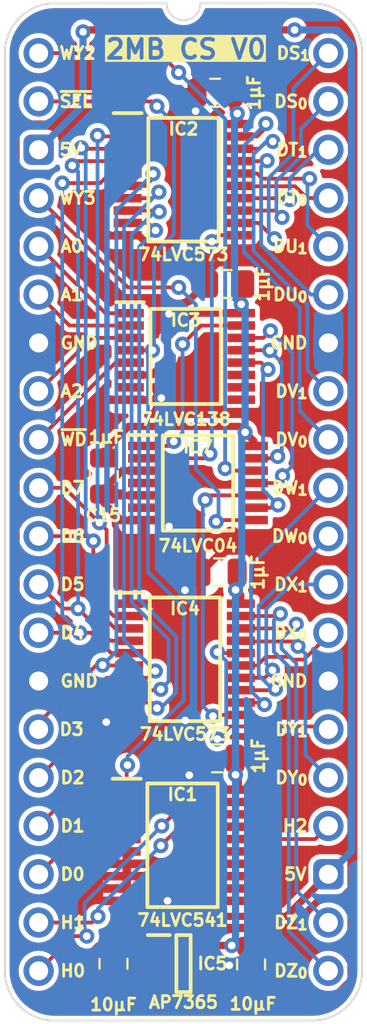
<source format=kicad_pcb>
(kicad_pcb (version 20240108) (generator "pcbnew") (generator_version "8.0")
  (title_block (title "MPU Timer") (date "2024-02-22") (rev "V1"))
  (layers (0 "F.Cu" signal) (31 "B.Cu" signal) (34 "B.Paste" user) (35 "F.Paste" user) (36 "B.SilkS" user "B.Silkscreen") (37 "F.SilkS" user "F.Silkscreen") (38 "B.Mask" user) (39 "F.Mask" user) (44 "Edge.Cuts" user))
  (net 0 "")
  (net 1 "/3.3V")
  (net 8 "/WY_{0}")
  (net 13 "/~{WY_{1}}")
  (net 14 "/~{WY_{0}}")
  (net 15 "/WY_{1}")
  (net 16 "/~{WY_{3}}")
  (net 17 "/~{WY_{2}}")
  (net 20 "GND")
  (net 21 "5V")
  (net 22 "~{Select}")
  (net 23 "H2")
  (net 24 "H1")
  (net 25 "H0")
  (net 26 "D7")
  (net 27 "D6")
  (net 28 "D5")
  (net 29 "D4")
  (net 30 "D3")
  (net 31 "D2")
  (net 32 "D1")
  (net 33 "D0")
  (net 34 "Device_{(S)} 2MB Select_{1}")
  (net 35 "Device_{(S)} 2MB Select_{0}")
  (net 36 "Device_{(T)} 2MB Select_{1}")
  (net 37 "Device_{(T)} 2MB Select_{0}")
  (net 38 "Device_{(U)} 2MB Select_{1}")
  (net 39 "Device_{(U)} 2MB Select_{0}")
  (net 40 "Device_{(V)} 2MB Select_{1}")
  (net 41 "Device_{(V)} 2MB Select_{0}")
  (net 42 "A0")
  (net 43 "A1")
  (net 44 "A2")
  (net 45 "~{WD}")
  (net 46 "Device_{(W)} 2MB Select_{1}")
  (net 47 "Device_{(W)} 2MB Select_{0}")
  (net 48 "Device_{(X)} 2MB Select_{1}")
  (net 49 "Device_{(X)} 2MB Select_{0}")
  (net 50 "Device_{(Y)} 2MB Select_{1}")
  (net 51 "Device_{(Y)} 2MB Select_{0}")
  (net 52 "Device_{(Z)} 2MB Select_{1}")
  (net 53 "Device_{(Z)} 2MB Select_{0}")
  (net 54 "WY_{3}")
  (net 55 "WY_{2}")
  (footprint "SamacSys_Parts:DIP-40_Board_W15.24mm" (layer "F.Cu") (at 88.9 58.42)
    (property "Reference" "J4" (hide yes))
    (property "Value" "Conn_02x20_Counter_Clockwise" (hide yes))
    (fp_line (start -1.778 48.26) (end -1.778 0) (stroke (width 0.1)) (layer "Edge.Cuts"))
    (fp_line (start 6.731 -2.6162) (end 0.835732 -2.613732) (stroke (width 0.1)) (layer "Edge.Cuts"))
    (fp_line (start 14.404267 -2.613733) (end 8.509 -2.6162) (stroke (width 0.1)) (layer "Edge.Cuts"))
    (fp_line (start 14.404268 50.873732) (end 0.835733 50.873733) (stroke (width 0.1)) (layer "Edge.Cuts"))
    (fp_line (start 17.018 48.26) (end 17.017999 -0.000001) (stroke (width 0.1)) (layer "Edge.Cuts"))
    (fp_arc (start -1.778 0) (mid -1.012456 -1.848188) (end 0.835732 -2.613732) (stroke (width 0.1)) (layer "Edge.Cuts"))
    (fp_arc (start 0.835733 50.873733) (mid -1.012457 50.10819) (end -1.778 48.26) (stroke (width 0.1)) (layer "Edge.Cuts"))
    (fp_arc (start 8.509 -2.6162) (mid 7.62 -1.7272) (end 6.731 -2.6162) (stroke (width 0.1)) (layer "Edge.Cuts"))
    (fp_arc (start 14.404267 -2.613733) (mid 16.252451 -1.848184) (end 17.017999 -0.000001) (stroke (width 0.1)) (layer "Edge.Cuts"))
    (fp_arc (start 17.018 48.26) (mid 16.252456 50.108187) (end 14.404268 50.873732) (stroke (width 0.1)) (layer "Edge.Cuts"))
  )
  (footprint "SamacSys_Parts:SOP65P640X110-16N" (layer "F.Cu") (at 96.6326 74.3706)
    (property "Reference" "IC3")
    (property "Value" "74LVC138APW-Q100J" (hide yes))
  )
  (footprint "SamacSys_Parts:C_0805" (layer "F.Cu") (at 92.329 80.645 180)
    (property "Reference" "C15")
    (property "Value" "1μF")
  )
  (footprint "SamacSys_Parts:C_0805" (layer "F.Cu") (at 98.298 95.504 90)
    (property "Reference" "C5" (hide yes))
    (property "Value" "1μF")
  )
  (footprint "SamacSys_Parts:C_0805" (layer "F.Cu") (at 92.837 106.3244)
    (property "Reference" "C8" (hide yes))
    (property "Value" "10µF")
  )
  (footprint "SamacSys_Parts:C_0805" (layer "F.Cu") (at 98.405396 85.725 90)
    (property "Reference" "C10" (hide yes))
    (property "Value" "1μF")
  )
  (footprint "SamacSys_Parts:SOP65P640X110-20N" (layer "F.Cu") (at 96.4692 100.076)
    (property "Reference" "IC1")
    (property "Value" "74LVC541APW,118" (hide yes))
  )
  (footprint "SamacSys_Parts:C_0805" (layer "F.Cu") (at 98.806 70.5612 90)
    (property "Reference" "C6" (hide yes))
    (property "Value" "1μF")
  )
  (footprint "SamacSys_Parts:SOP65P640X110-20N" (layer "F.Cu") (at 96.596196 90.297)
    (property "Reference" "IC4")
    (property "Value" "74LVC573APW,118" (hide yes))
  )
  (footprint "SamacSys_Parts:SOP65P640X110-14N" (layer "F.Cu") (at 97.282 81.026)
    (property "Reference" "IC7")
    (property "Value" "74LVC04APW,118" (hide yes))
  )
  (footprint "SamacSys_Parts:C_0805" (layer "F.Cu") (at 100.076 106.3236 180)
    (property "Reference" "C9" (hide yes))
    (property "Value" "10µF")
  )
  (footprint "SamacSys_Parts:SOT95P285X130-5N" (layer "F.Cu") (at 96.52 106.299)
    (property "Reference" "IC5")
    (property "Value" "AP7365-33WG-7" (hide yes))
  )
  (footprint "SamacSys_Parts:C_0805" (layer "F.Cu") (at 98.1964 60.5028 90)
    (property "Reference" "C7" (hide yes))
    (property "Value" "1μF")
  )
  (footprint "SamacSys_Parts:SOP65P640X110-20N" (layer "F.Cu") (at 96.52 65.0748)
    (property "Reference" "IC2")
    (property "Value" "74LVC573APW,118" (hide yes))
  )
  (gr_text "5V" (at 89.916 63.5 0) (layer "F.SilkS") (effects (font (size 0.635 0.635)) (justify left)))
  (gr_text "D6" (at 89.9668 83.82 0) (layer "F.SilkS") (effects (font (size 0.635 0.635)) (justify left)))
  (gr_text "DS_{0}" (at 103.124 60.96 0) (layer "F.SilkS") (effects (font (size 0.635 0.635)) (justify right)))
  (gr_text "5V" (at 103.0732 101.6 0) (layer "F.SilkS") (effects (font (size 0.635 0.635)) (justify right)))
  (gr_text "H0" (at 89.9668 106.68 0) (layer "F.SilkS") (effects (font (size 0.635 0.635)) (justify left)))
  (gr_text "H2" (at 103.124 99.06 0) (layer "F.SilkS") (effects (font (size 0.635 0.635)) (justify right)))
  (gr_text "DU_{0}" (at 103.124 71.12 0) (layer "F.SilkS") (effects (font (size 0.635 0.635)) (justify right)))
  (gr_text "D1" (at 89.9668 99.06 0) (layer "F.SilkS") (effects (font (size 0.635 0.635)) (justify left)))
  (gr_text "D0" (at 89.9668 101.6 0) (layer "F.SilkS") (effects (font (size 0.635 0.635)) (justify left)))
  (gr_text "GND" (at 89.9668 91.44 0) (layer "F.SilkS") (effects (font (size 0.635 0.635)) (justify left)))
  (gr_text "GND" (at 103.124 91.44 0) (layer "F.SilkS") (effects (font (size 0.635 0.635)) (justify right)))
  (gr_text "D3" (at 89.916 93.98 0) (layer "F.SilkS") (effects (font (size 0.635 0.635)) (justify left)))
  (gr_text "D7" (at 89.9668 81.28 0) (layer "F.SilkS") (effects (font (size 0.635 0.635)) (justify left)))
  (gr_text "DS_{1}" (at 103.251 58.42 0) (layer "F.SilkS") (effects (font (size 0.635 0.635)) (justify right)))
  (gr_text "DV_{0}" (at 103.124 78.74 0) (layer "F.SilkS") (effects (font (size 0.635 0.635)) (justify right)))
  (gr_text "DV_{1}" (at 103.124 76.2 0) (layer "F.SilkS") (effects (font (size 0.635 0.635)) (justify right)))
  (gr_text "DW_{1}" (at 103.124 81.28 0) (layer "F.SilkS") (effects (font (size 0.635 0.635)) (justify right)))
  (gr_text "D2" (at 89.9668 96.52 0) (layer "F.SilkS") (effects (font (size 0.635 0.635)) (justify left)))
  (gr_text "A1" (at 89.9668 71.12 0) (layer "F.SilkS") (effects (font (size 0.635 0.635)) (justify left)))
  (gr_text "DZ_{0}" (at 103.124 106.68 0) (layer "F.SilkS") (effects (font (size 0.635 0.635)) (justify right)))
  (gr_text "GND" (at 89.9668 73.66 0) (layer "F.SilkS") (effects (font (size 0.635 0.635)) (justify left)))
  (gr_text "DT_{1}" (at 103.124 63.5 0) (layer "F.SilkS") (effects (font (size 0.635 0.635)) (justify right)))
  (gr_text "DX_{0}" (at 103.124 88.9 0) (layer "F.SilkS") (effects (font (size 0.635 0.635)) (justify right)))
  (gr_text "A2" (at 89.9668 76.2 0) (layer "F.SilkS") (effects (font (size 0.635 0.635)) (justify left)))
  (gr_text "DY_{1}" (at 103.124 93.98 0) (layer "F.SilkS") (effects (font (size 0.635 0.635)) (justify right)))
  (gr_text "H1" (at 89.9668 104.14 0) (layer "F.SilkS") (effects (font (size 0.635 0.635)) (justify left)))
  (gr_text "D4" (at 89.9668 88.9 0) (layer "F.SilkS") (effects (font (size 0.635 0.635)) (justify left)))
  (gr_text "DW_{0}" (at 103.124 83.82 0) (layer "F.SilkS") (effects (font (size 0.635 0.635)) (justify right)))
  (gr_text "D5" (at 89.9668 86.36 0) (layer "F.SilkS") (effects (font (size 0.635 0.635)) (justify left)))
  (gr_text "WY2" (at 89.916 58.42 0) (layer "F.SilkS") (effects (font (size 0.635 0.635)) (justify left)))
  (gr_text "~{SEL}" (at 89.916 60.96 0) (layer "F.SilkS") (effects (font (size 0.635 0.635)) (justify left)))
  (gr_text "DT_{0}" (at 103.124 66.04 0) (layer "F.SilkS") (effects (font (size 0.635 0.635)) (justify right)))
  (gr_text "DU_{1}" (at 103.124 68.58 0) (layer "F.SilkS") (effects (font (size 0.635 0.635)) (justify right)))
  (gr_text "WY3" (at 89.916 66.04 0) (layer "F.SilkS") (effects (font (size 0.635 0.635)) (justify left)))
  (gr_text "DZ_{1}" (at 103.124 104.14 0) (layer "F.SilkS") (effects (font (size 0.635 0.635)) (justify right)))
  (gr_text "2MB CS V0" (at 96.647 58.801 0) (layer "F.SilkS" knockout) (effects (font (size 1 1) (thickness 0.2) (bold yes)) (justify bottom)))
  (gr_text "DY_{0}" (at 103.124 96.52 0) (layer "F.SilkS") (effects (font (size 0.635 0.635)) (justify right)))
  (gr_text "~{WD}" (at 89.9668 78.74 0) (layer "F.SilkS") (effects (font (size 0.635 0.635)) (justify left)))
  (gr_text "GND" (at 103.124 73.66 0) (layer "F.SilkS") (effects (font (size 0.635 0.635)) (justify right)))
  (gr_text "A0" (at 89.9668 68.58 0) (layer "F.SilkS") (effects (font (size 0.635 0.635)) (justify left)))
  (gr_text "DX_{1}" (at 103.124 86.36 0) (layer "F.SilkS") (effects (font (size 0.635 0.635)) (justify right)))
  (segment (start 99.1304 61.375433) (end 99.349114 61.594147) (width 0.38) (layer "F.Cu") (net 1))
  (segment (start 99.2632 95.5352) (end 99.2632 96.363212) (width 0.38) (layer "F.Cu") (net 1))
  (segment (start 92.329 79.3485) (end 93.628583 78.048917) (width 0.38) (layer "F.Cu") (net 1))
  (segment (start 99.4072 97.151) (end 99.4072 96.52) (width 0.38) (layer "F.Cu") (net 1))
  (segment (start 99.1304 60.635077) (end 99.1304 61.375433) (width 0.38) (layer "F.Cu") (net 1))
  (segment (start 99.3752 97.183) (end 95.095 97.183) (width 0.38) (layer "F.Cu") (net 1))
  (segment (start 95.773 74.156493) (end 95.773 74.429035) (width 0.38) (layer "F.Cu") (net 1))
  (segment (start 100.076 105.3896) (end 99.100596 105.3896) (width 0.38) (layer "F.Cu") (net 1))
  (segment (start 99.5576 70.7436) (end 99.5576 71.628) (width 0.38) (layer "F.Cu") (net 1))
  (segment (start 94.477 97.801) (end 93.5312 97.801) (width 0.38) (layer "F.Cu") (net 1))
  (segment (start 100.22 79.076) (end 100.22 78.819784) (width 0.38) (layer "F.Cu") (net 1))
  (segment (start 99.534196 86.924159) (end 99.256806 86.646769) (width 0.38) (layer "F.Cu") (net 1))
  (segment (start 100.22 78.819784) (end 99.759204 78.358988) (width 0.38) (layer "F.Cu") (net 1))
  (segment (start 95.095 97.183) (end 94.477 97.801) (width 0.38) (layer "F.Cu") (net 1))
  (segment (start 99.2632 96.363212) (end 99.256806 96.369606) (width 0.38) (layer "F.Cu") (net 1))
  (segment (start 99.458 61.703033) (end 99.349114 61.594147) (width 0.38) (layer "F.Cu") (net 1))
  (segment (start 95.679599 74.063092) (end 95.773 74.156493) (width 0.38) (layer "F.Cu") (net 1))
  (segment (start 99.458 62.1498) (end 99.458 61.703033) (width 0.38) (layer "F.Cu") (net 1))
  (segment (start 95.679599 73.379436) (end 95.679599 74.063092) (width 0.38) (layer "F.Cu") (net 1))
  (segment (start 99.339396 86.564179) (end 99.256806 86.646769) (width 0.38) (layer "F.Cu") (net 1))
  (segment (start 99.339396 85.725) (end 99.339396 86.564179) (width 0.38) (layer "F.Cu") (net 1))
  (segment (start 92.329 79.711) (end 92.329 79.3485) (width 0.38) (layer "F.Cu") (net 1))
  (segment (start 96.963435 72.0956) (end 95.679599 73.379436) (width 0.38) (layer "F.Cu") (net 1))
  (segment (start 99.4072 96.52) (end 99.256806 96.369606) (width 0.38) (layer "F.Cu") (net 1))
  (segment (start 95.773 74.429035) (end 94.856435 75.3456) (width 0.38) (layer "F.Cu") (net 1))
  (segment (start 99.100596 105.3896) (end 99.059996 105.349) (width 0.38) (layer "F.Cu") (net 1))
  (segment (start 99.449133 78.048917) (end 99.759204 78.358988) (width 0.38) (layer "F.Cu") (net 1))
  (segment (start 99.5576 72.0956) (end 96.963435 72.0956) (width 0.38) (layer "F.Cu") (net 1))
  (segment (start 97.82 105.349) (end 100.0354 105.349) (width 0.38) (layer "F.Cu") (net 1))
  (segment (start 99.534196 87.372) (end 99.534196 86.924159) (width 0.38) (layer "F.Cu") (net 1))
  (segment (start 93.628583 78.048917) (end 99.449133 78.048917) (width 0.38) (layer "F.Cu") (net 1))
  (segment (start 94.856435 75.3456) (end 93.7076 75.3456) (width 0.38) (layer "F.Cu") (net 1))
  (segment (start 99.5576 72.0956) (end 99.5576 71.628) (width 0.38) (layer "F.Cu") (net 1))
  (via (at 99.5576 71.628) (size 0.8) (drill 0.4) (layers "F.Cu" "B.Cu") (net 1))
  (via (at 99.059996 105.349) (size 0.8) (drill 0.4) (layers "F.Cu" "B.Cu") (net 1))
  (via (at 99.759204 78.358988) (size 0.8) (drill 0.4) (layers "F.Cu" "B.Cu") (net 1))
  (via (at 99.256806 86.646769) (size 0.8) (drill 0.4) (layers "F.Cu" "B.Cu") (net 1))
  (via (at 99.349114 61.594147) (size 0.8) (drill 0.4) (layers "F.Cu" "B.Cu") (net 1))
  (via (at 99.256806 96.369606) (size 0.8) (drill 0.4) (layers "F.Cu" "B.Cu") (net 1))
  (segment (start 99.759204 71.829604) (end 99.759204 78.358988) (width 0.38) (layer "B.Cu") (net 1))
  (segment (start 99.206781 71.277181) (end 99.206781 61.73648) (width 0.38) (layer "B.Cu") (net 1))
  (segment (start 99.256806 105.15219) (end 99.059996 105.349) (width 0.38) (layer "B.Cu") (net 1))
  (segment (start 99.206781 61.73648) (end 99.349114 61.594147) (width 0.38) (layer "B.Cu") (net 1))
  (segment (start 99.586 86.317575) (end 99.256806 86.646769) (width 0.38) (layer "B.Cu") (net 1))
  (segment (start 99.256806 96.369606) (end 99.256806 86.646769) (width 0.38) (layer "B.Cu") (net 1))
  (segment (start 99.5576 71.628) (end 99.759204 71.829604) (width 0.38) (layer "B.Cu") (net 1))
  (segment (start 99.586 78.532192) (end 99.586 86.317575) (width 0.38) (layer "B.Cu") (net 1))
  (segment (start 99.256806 96.369606) (end 99.256806 105.15219) (width 0.38) (layer "B.Cu") (net 1))
  (segment (start 99.5576 71.628) (end 99.206781 71.277181) (width 0.38) (layer "B.Cu") (net 1))
  (segment (start 99.759204 78.358988) (end 99.586 78.532192) (width 0.38) (layer "B.Cu") (net 1))
  (segment (start 94.344 79.726) (end 97.681591 79.726) (width 0.2) (layer "F.Cu") (net 8))
  (segment (start 97.681591 79.726) (end 97.911814 79.495777) (width 0.2) (layer "F.Cu") (net 8))
  (segment (start 99.454 67.9958) (end 98.344616 67.9958) (width 0.2) (layer "F.Cu") (net 8))
  (segment (start 98.344616 67.9958) (end 98.010255 68.330161) (width 0.2) (layer "F.Cu") (net 8))
  (via (at 97.911814 79.495777) (size 0.8) (drill 0.4) (layers "F.Cu" "B.Cu") (net 8))
  (via (at 98.010255 68.330161) (size 0.8) (drill 0.4) (layers "F.Cu" "B.Cu") (net 8))
  (segment (start 98.010255 79.397336) (end 97.911814 79.495777) (width 0.2) (layer "B.Cu") (net 8))
  (segment (start 98.010255 68.330161) (end 98.010255 79.397336) (width 0.2) (layer "B.Cu") (net 8))
  (segment (start 100.7214 73.3956) (end 101.092 73.025) (width 0.2) (layer "F.Cu") (net 13))
  (segment (start 100.22 81.026) (end 101.346004 81.026) (width 0.2) (layer "F.Cu") (net 13))
  (segment (start 101.346004 81.026) (end 101.727 80.645004) (width 0.2) (layer "F.Cu") (net 13))
  (segment (start 99.5576 73.3956) (end 100.7214 73.3956) (width 0.2) (layer "F.Cu") (net 13))
  (via (at 101.092 73.025) (size 0.8) (drill 0.4) (layers "F.Cu" "B.Cu") (net 13))
  (via (at 101.727 80.645004) (size 0.8) (drill 0.4) (layers "F.Cu" "B.Cu") (net 13))
  (segment (start 101.727 80.645004) (end 102.235 80.137004) (width 0.2) (layer "B.Cu") (net 13))
  (segment (start 102.235 80.137004) (end 102.235 74.168) (width 0.2) (layer "B.Cu") (net 13))
  (segment (start 102.235 74.168) (end 101.092 73.025) (width 0.2) (layer "B.Cu") (net 13))
  (segment (start 95.7693 79.076) (end 96.006383 78.838917) (width 0.2) (layer "F.Cu") (net 14))
  (segment (start 94.344 79.076) (end 95.7693 79.076) (width 0.2) (layer "F.Cu") (net 14))
  (segment (start 97.445263 72.7456) (end 96.469599 73.721264) (width 0.2) (layer "F.Cu") (net 14))
  (segment (start 99.5576 72.7456) (end 97.445263 72.7456) (width 0.2) (layer "F.Cu") (net 14))
  (via (at 96.469599 73.721264) (size 0.8) (drill 0.4) (layers "F.Cu" "B.Cu") (net 14))
  (via (at 96.006383 78.838917) (size 0.8) (drill 0.4) (layers "F.Cu" "B.Cu") (net 14))
  (segment (start 96.006383 78.838917) (end 96.469599 78.375701) (width 0.2) (layer "B.Cu") (net 14))
  (segment (start 96.469599 78.375701) (end 96.469599 73.721264) (width 0.2) (layer "B.Cu") (net 14))
  (segment (start 99.534196 93.222) (end 98.126306 93.222) (width 0.2) (layer "F.Cu") (net 15))
  (segment (start 97.902 81.676) (end 97.663 81.915) (width 0.2) (layer "F.Cu") (net 15))
  (segment (start 98.126306 93.222) (end 98.066806 93.2815) (width 0.2) (layer "F.Cu") (net 15))
  (segment (start 100.22 81.676) (end 97.902 81.676) (width 0.2) (layer "F.Cu") (net 15))
  (via (at 98.066806 93.2815) (size 0.8) (drill 0.4) (layers "F.Cu" "B.Cu") (net 15))
  (via (at 97.663 81.915) (size 0.8) (drill 0.4) (layers "F.Cu" "B.Cu") (net 15))
  (segment (start 98.066806 93.2815) (end 97.536 92.750694) (width 0.2) (layer "B.Cu") (net 15))
  (segment (start 97.536 92.750694) (end 97.536 82.042) (width 0.2) (layer "B.Cu") (net 15))
  (segment (start 97.536 82.042) (end 97.663 81.915) (width 0.2) (layer "B.Cu") (net 15))
  (segment (start 99.5576 74.6956) (end 100.603596 74.6956) (width 0.2) (layer "F.Cu") (net 16))
  (segment (start 100.603596 74.6956) (end 100.964996 75.057) (width 0.2) (layer "F.Cu") (net 16))
  (segment (start 101.340946 82.326) (end 101.489413 82.177533) (width 0.2) (layer "F.Cu") (net 16))
  (segment (start 100.22 82.326) (end 101.340946 82.326) (width 0.2) (layer "F.Cu") (net 16))
  (via (at 101.489413 82.177533) (size 0.8) (drill 0.4) (layers "F.Cu" "B.Cu") (net 16))
  (via (at 100.964996 75.057) (size 0.8) (drill 0.4) (layers "F.Cu" "B.Cu") (net 16))
  (segment (start 100.708 81.39612) (end 100.708 75.313996) (width 0.2) (layer "B.Cu") (net 16))
  (segment (start 100.708 75.313996) (end 100.964996 75.057) (width 0.2) (layer "B.Cu") (net 16))
  (segment (start 101.489413 82.177533) (end 100.708 81.39612) (width 0.2) (layer "B.Cu") (net 16))
  (segment (start 100.22 79.726) (end 101.375994 79.726) (width 0.2) (layer "F.Cu") (net 17))
  (segment (start 99.5576 74.0456) (end 101.046768 74.0456) (width 0.2) (layer "F.Cu") (net 17))
  (segment (start 101.046768 74.0456) (end 101.060474 74.059306) (width 0.2) (layer "F.Cu") (net 17))
  (segment (start 101.375994 79.726) (end 101.472994 79.629) (width 0.2) (layer "F.Cu") (net 17))
  (via (at 101.472994 79.629) (size 0.8) (drill 0.4) (layers "F.Cu" "B.Cu") (net 17))
  (via (at 101.060474 74.059306) (size 0.8) (drill 0.4) (layers "F.Cu" "B.Cu") (net 17))
  (segment (start 101.060474 74.059306) (end 101.689 74.687832) (width 0.2) (layer "B.Cu") (net 17))
  (segment (start 101.689 74.687832) (end 101.689 79.412994) (width 0.2) (layer "B.Cu") (net 17))
  (segment (start 101.689 79.412994) (end 101.472994 79.629) (width 0.2) (layer "B.Cu") (net 17))
  (segment (start 93.5312 99.751) (end 93.5312 100.401) (width 0.38) (layer "F.Cu") (net 20))
  (segment (start 87.71 74.85) (end 87.71 90.25) (width 0.38) (layer "F.Cu") (net 20))
  (segment (start 96.855 105.988196) (end 96.855 104.821) (width 0.38) (layer "F.Cu") (net 20))
  (segment (start 91.5924 108.204) (end 91.5924 105.811943) (width 0.38) (layer "F.Cu") (net 20))
  (segment (start 92.9854 62.1498) (end 92.6592 61.8236) (width 0.38) (layer "F.Cu") (net 20))
  (segment (start 94.344 82.976) (end 95.422 82.976) (width 0.38) (layer "F.Cu") (net 20))
  (segment (start 94.1618 67.9998) (end 94.742 68.58) (width 0.38) (layer "F.Cu") (net 20))
  (segment (start 96.774 108.204) (end 91.5924 108.204) (width 0.38) (layer "F.Cu") (net 20))
  (segment (start 104.822 102.87) (end 105.33 102.362) (width 0.38) (layer "F.Cu") (net 20))
  (segment (start 92.833 93.222) (end 92.456002 93.598998) (width 0.38) (layer "F.Cu") (net 20))
  (segment (start 98.3208 69.4462) (end 100.255097 69.4462) (width 0.38) (layer "F.Cu") (net 20))
  (segment (start 94.6906 98.451) (end 95.3406 97.801) (width 0.38) (layer "F.Cu") (net 20))
  (segment (start 97.140402 106.273598) (end 98.812088 106.273598) (width 0.38) (layer "F.Cu") (net 20))
  (segment (start 90.4532 62.15) (end 87.896 62.15) (width 0.38) (layer "F.Cu") (net 20))
  (segment (start 92.329 82.0785) (end 93.2265 82.976) (width 0.38) (layer "F.Cu") (net 20))
  (segment (start 105.3592 72.4408) (end 104.14 73.66) (width 0.38) (layer "F.Cu") (net 20))
  (segment (start 92.6592 61.8236) (end 90.7796 61.8236) (width 0.38) (layer "F.Cu") (net 20))
  (segment (start 104.822 102.87) (end 105.33 103.378) (width 0.38) (layer "F.Cu") (net 20))
  (segment (start 94.344 81.676) (end 92.394 81.676) (width 0.38) (layer "F.Cu") (net 20))
  (segment (start 92.514968 93.657964) (end 92.456002 93.598998) (width 0.38) (layer "F.Cu") (net 20))
  (segment (start 94.344 80.376) (end 93.294097 80.376) (width 0.38) (layer "F.Cu") (net 20))
  (segment (start 90.7796 61.8236) (end 90.4532 62.15) (width 0.38) (layer "F.Cu") (net 20))
  (segment (start 94.179036 93.222) (end 94.615 93.657964) (width 0.38) (layer "F.Cu") (net 20))
  (segment (start 96.60884 93.510154) (end 96.46103 93.657964) (width 0.38) (layer "F.Cu") (net 20))
  (segment (start 99.1616 108.204) (end 96.774 108.204) (width 0.38) (layer "F.Cu") (net 20))
  (segment (start 99.974402 107.2896) (end 99.075643 106.390841) (width 0.38) (layer "F.Cu") (net 20))
  (segment (start 94.742 68.58) (end 96.52 68.58) (width 0.38) (layer "F.Cu") (net 20))
  (segment (start 96.901004 96.393) (end 96.824804 96.393) (width 0.38) (layer "F.Cu") (net 20))
  (segment (start 95.3406 97.801) (end 99.4072 97.801) (width 0.38) (layer "F.Cu") (net 20))
  (segment (start 93.5312 101.701) (end 93.5312 102.351) (width 0.38) (layer "F.Cu") (net 20))
  (segment (start 97.439396 85.821604) (end 96.597923 86.663077) (width 0.38) (layer "F.Cu") (net 20))
  (segment (start 104.632915 85.17) (end 105.33 85.867085) (width 0.38) (layer "F.Cu") (net 20))
  (segment (start 93.5312 103.001) (end 95.677802 103.001) (width 0.38) (layer "F.Cu") (net 20))
  (segment (start 97.84 70.5612) (end 97.84 69.9) (width 0.38) (layer "F.Cu") (net 20))
  (segment (start 102.203085 104.394) (end 103.727085 102.87) (width 0.38) (layer "F.Cu") (net 20))
  (segment (start 104.552915 107.95) (end 100.7364 107.95) (width 0.38) (layer "F.Cu") (net 20))
  (segment (start 87.663572 92.676428) (end 87.663572 107.170772) (width 0.38) (layer "F.Cu") (net 20))
  (segment (start 88.9 91.44) (end 87.663572 92.676428) (width 0.38) (layer "F.Cu") (net 20))
  (segment (start 100.7364 107.95) (end 100.076 107.2896) (width 0.38) (layer "F.Cu") (net 20))
  (segment (start 104.632915 85.17) (end 105.33 84.472915) (width 0.38) (layer "F.Cu") (net 20))
  (segment (start 97.2304 60.9608) (end 97.2304 61.3926) (width 0.38) (layer "F.Cu") (net 20))
  (segment (start 105.3592 60.496285) (end 105.3592 72.4408) (width 0.38) (layer "F.Cu") (net 20))
  (segment (start 93.582 62.1498) (end 92.9854 62.1498) (width 0.38) (layer "F.Cu") (net 20))
  (segment (start 87.71 90.25) (end 88.9 91.44) (width 0.38) (layer "F.Cu") (net 20))
  (segment (start 96.855 104.821) (end 97.282 104.394) (width 0.38) (layer "F.Cu") (net 20))
  (segment (start 96.0566 77.2606) (end 100.5394 77.2606) (width 0.38) (layer "F.Cu") (net 20))
  (segment (start 96.4732 62.1498) (end 97.155 61.468) (width 0.38) (layer "F.Cu") (net 20))
  (segment (start 96.774 106.64) (end 97.140402 106.273598) (width 0.38) (layer "F.Cu") (net 20))
  (segment (start 93.5312 99.101) (end 93.5312 99.751) (width 0.38) (layer "F.Cu") (net 20))
  (segment (start 95.677802 103.001) (end 95.681802 102.997) (width 0.38) (layer "F.Cu") (net 20))
  (segment (start 97.332 95.962004) (end 96.901004 96.393) (width 0.38) (layer "F.Cu") (net 20))
  (segment (start 103.087085 84.61) (end 103.647085 85.17) (width 0.38) (layer "F.Cu") (net 20))
  (segment (start 103.8136 59.77) (end 104.632915 59.77) (width 0.38) (layer "F.Cu") (net 20))
  (segment (start 93.5312 101.051) (end 93.5312 101.701) (width 0.38) (layer "F.Cu") (net 20))
  (segment (start 104.14 91.44) (end 105.33 92.63) (width 0.38) (layer "F.Cu") (net 20))
  (segment (start 98.812088 106.273598) (end 98.929331 106.390841) (width 0.38) (layer "F.Cu") (net 20))
  (segment (start 95.889 87.372) (end 96.597923 86.663077) (width 0.38) (layer "F.Cu") (net 20))
  (segment (start 105.33 85.867085) (end 105.33 86.233) (width 0.38) (layer "F.Cu") (net 20))
  (segment (start 93.5312 98.451) (end 93.5312 99.101) (width 0.38) (layer "F.Cu") (net 20))
  (segment (start 97.282 104.394) (end 102.203085 104.394) (width 0.38) (layer "F.Cu") (net 20))
  (segment (start 87.71 62.336) (end 87.71 72.47) (width 0.38) (layer "F.Cu") (net 20))
  (segment (start 96.084387 72.136) (end 95.758 72.136) (width 0.38) (layer "F.Cu") (net 20))
  (segment (start 97.84 69.9) (end 96.52 68.58) (width 0.38) (layer "F.Cu") (net 20))
  (segment (start 103.4314 59.3878) (end 103.8136 59.77) (width 0.38) (layer "F.Cu") (net 20))
  (segment (start 100.5394 77.2606) (end 104.14 73.66) (width 0.38) (layer "F.Cu") (net 20))
  (segment (start 93.2265 82.976) (end 94.344 82.976) (width 0.38) (layer "F.Cu") (net 20))
  (segment (start 95.26724 76.6456) (end 95.35442 76.55842) (width 0.38) (layer "F.Cu") (net 20))
  (segment (start 100.255097 69.4462) (end 104.14 73.331103) (width 0.38) (layer "F.Cu") (net 20))
  (segment (start 105.33 90.25) (end 105.33 86.233) (width 0.38) (layer "F.Cu") (net 20))
  (segment (start 97.659187 70.5612) (end 96.084387 72.136) (width 0.38) (layer "F.Cu") (net 20))
  (segment (start 92.329 81.611) (end 92.329 82.0785) (width 0.38) (layer "F.Cu") (net 20))
  (segment (start 93.658196 93.222) (end 92.833 93.222) (width 0.38) (layer "F.Cu") (net 20))
  (segment (start 87.663572 107.170772) (end 88.6968 108.204) (width 0.38) (layer "F.Cu") (net 20))
  (segment (start 97.2304 60.5028) (end 98.3454 59.3878) (width 0.38) (layer "F.Cu") (net 20))
  (segment (start 93.294097 80.376) (end 92.329 81.341097) (width 0.38) (layer "F.Cu") (net 20))
  (segment (start 105.33 107.172915) (end 104.552915 107.95) (width 0.38) (layer "F.Cu") (net 20))
  (segment (start 93.7076 76.6456) (end 95.26724 76.6456) (width 0.38) (layer "F.Cu") (net 20))
  (segment (start 96.46103 93.657964) (end 94.615 93.657964) (width 0.38) (layer "F.Cu") (net 20))
  (segment (start 98.554396 84.61) (end 103.087085 84.61) (width 0.38) (layer "F.Cu") (net 20))
  (segment (start 97.439396 85.725) (end 98.554396 84.61) (width 0.38) (layer "F.Cu") (net 20))
  (segment (start 105.33 84.201) (end 105.33 74.85) (width 0.38) (layer "F.Cu") (net 20))
  (segment (start 91.5924 105.811943) (end 92.045943 105.3584) (width 0.38) (layer "F.Cu") (net 20))
  (segment (start 97.84 69.927) (end 98.3208 69.4462) (width 0.38) (layer "F.Cu") (net 20))
  (segment (start 105.33 84.472915) (end 105.33 84.201) (width 0.38) (layer "F.Cu") (net 20))
  (segment (start 93.5312 98.451) (end 94.6906 98.451) (width 0.38) (layer "F.Cu") (net 20))
  (segment (start 88.6968 108.204) (end 91.5924 108.204) (width 0.38) (layer "F.Cu") (net 20))
  (segment (start 98.3454 59.3878) (end 103.4314 59.3878) (width 0.38) (layer "F.Cu") (net 20))
  (segment (start 95.35442 76.55842) (end 96.0566 77.2606) (width 0.38) (layer "F.Cu") (net 20))
  (segment (start 95.422 82.976) (end 95.758 83.312) (width 0.38) (layer "F.Cu") (net 20))
  (segment (start 93.5312 102.351) (end 93.5312 103.001) (width 0.38) (layer "F.Cu") (net 20))
  (segment (start 96.774 108.204) (end 96.774 106.64) (width 0.38) (layer "F.Cu") (net 20))
  (segment (start 95.22 106.299) (end 93.7776 106.299) (width 0.38) (layer "F.Cu") (net 20))
  (segment (start 105.33 74.85) (end 104.14 73.66) (width 0.38) (layer "F.Cu") (net 20))
  (segment (start 104.14 91.44) (end 105.33 90.25) (width 0.38) (layer "F.Cu") (net 20))
  (segment (start 93.658196 87.372) (end 95.889 87.372) (width 0.38) (layer "F.Cu") (net 20))
  (segment (start 93.582 67.9998) (end 94.1618 67.9998) (width 0.38) (layer "F.Cu") (net 20))
  (segment (start 92.045943 105.3584) (end 92.837 105.3584) (width 0.38) (layer "F.Cu") (net 20))
  (segment (start 93.582 62.1498) (end 96.4732 62.1498) (width 0.38) (layer "F.Cu") (net 20))
  (segment (start 93.5312 100.401) (end 93.5312 101.051) (width 0.38) (layer "F.Cu") (net 20))
  (segment (start 87.71 72.47) (end 88.9 73.66) (width 0.38) (layer "F.Cu") (net 20))
  (segment (start 93.7776 106.299) (end 92.837 105.3584) (width 0.38) (layer "F.Cu") (net 20))
  (segment (start 104.632915 59.77) (end 105.3592 60.496285) (width 0.38) (layer "F.Cu") (net 20))
  (segment (start 97.140402 106.273598) (end 96.855 105.988196) (width 0.38) (layer "F.Cu") (net 20))
  (segment (start 87.896 62.15) (end 87.71 62.336) (width 0.38) (layer "F.Cu") (net 20))
  (segment (start 105.33 103.378) (end 105.33 103.759) (width 0.38) (layer "F.Cu") (net 20))
  (segment (start 97.2304 61.3926) (end 97.155 61.468) (width 0.38) (layer "F.Cu") (net 20))
  (segment (start 100.076 107.2896) (end 99.1616 108.204) (width 0.38) (layer "F.Cu") (net 20))
  (segment (start 105.33 103.759) (end 105.33 107.172915) (width 0.38) (layer "F.Cu") (net 20))
  (segment (start 88.9 73.66) (end 87.71 74.85) (width 0.38) (layer "F.Cu") (net 20))
  (segment (start 103.647085 85.17) (end 104.632915 85.17) (width 0.38) (layer "F.Cu") (net 20))
  (segment (start 105.33 92.63) (end 105.33 102.362) (width 0.38) (layer "F.Cu") (net 20))
  (segment (start 103.727085 102.87) (end 104.822 102.87) (width 0.38) (layer "F.Cu") (net 20))
  (segment (start 99.075643 106.390841) (end 98.929331 106.390841) (width 0.38) (layer "F.Cu") (net 20))
  (segment (start 97.84 70.5612) (end 97.84 69.927) (width 0.38) (layer "F.Cu") (net 20))
  (via (at 95.758 83.312) (size 0.8) (drill 0.4) (layers "F.Cu" "B.Cu") (net 20))
  (via (at 96.597923 86.663077) (size 0.8) (drill 0.4) (layers "F.Cu" "B.Cu") (net 20))
  (via (at 95.758 72.136) (size 0.8) (drill 0.4) (layers "F.Cu" "B.Cu") (net 20))
  (via (at 96.52 68.58) (size 0.8) (drill 0.4) (layers "F.Cu" "B.Cu") (net 20))
  (via (at 97.155 61.468) (size 0.8) (drill 0.4) (layers "F.Cu" "B.Cu") (net 20))
  (via (at 92.456002 93.598998) (size 0.8) (drill 0.4) (layers "F.Cu" "B.Cu") (net 20))
  (via (at 98.929331 106.390841) (size 0.8) (drill 0.4) (layers "F.Cu" "B.Cu") (net 20))
  (via (at 96.824804 96.393) (size 0.8) (drill 0.4) (layers "F.Cu" "B.Cu") (net 20))
  (via (at 96.60884 93.510154) (size 0.8) (drill 0.4) (layers "F.Cu" "B.Cu") (net 20))
  (via (at 95.681802 102.997) (size 0.8) (drill 0.4) (layers "F.Cu" "B.Cu") (net 20))
  (via (at 95.35442 76.55842) (size 0.8) (drill 0.4) (layers "F.Cu" "B.Cu") (net 20))
  (segment (start 96.597923 84.151923) (end 95.758 83.312) (width 0.38) (layer "B.Cu") (net 20))
  (segment (start 97.046 93.072994) (end 97.046 87.111154) (width 0.38) (layer "B.Cu") (net 20))
  (segment (start 96.824804 96.393) (end 96.824804 101.853998) (width 0.38) (layer "B.Cu") (net 20))
  (segment (start 96.824804 93.726118) (end 96.60884 93.510154) (width 0.38) (layer "B.Cu") (net 20))
  (segment (start 96.60884 93.510154) (end 97.046 93.072994) (width 0.38) (layer "B.Cu") (net 20))
  (segment (start 95.665 73.70376) (end 95.665 72.229) (width 0.38) (layer "B.Cu") (net 20))
  (segment (start 96.597923 86.663077) (end 96.597923 84.151923) (width 0.38) (layer "B.Cu") (net 20))
  (segment (start 96.824804 101.853998) (end 95.681802 102.997) (width 0.38) (layer "B.Cu") (net 20))
  (segment (start 95.681802 103.285742) (end 98.786901 106.390841) (width 0.38) (layer "B.Cu") (net 20))
  (segment (start 97.282 67.818) (end 96.52 68.58) (width 0.38) (layer "B.Cu") (net 20))
  (segment (start 90.297004 91.44) (end 92.456002 93.598998) (width 0.38) (layer "B.Cu") (net 20))
  (segment (start 95.665 74.387416) (end 95.679599 74.372817) (width 0.38) (layer "B.Cu") (net 20))
  (segment (start 95.35442 76.55842) (end 95.665 76.24784) (width 0.38) (layer "B.Cu") (net 20))
  (segment (start 97.155 61.468) (end 97.282 61.595) (width 0.38) (layer "B.Cu") (net 20))
  (segment (start 95.681802 102.997) (end 95.681802 103.285742) (width 0.38) (layer "B.Cu") (net 20))
  (segment (start 98.786901 106.390841) (end 98.929331 106.390841) (width 0.38) (layer "B.Cu") (net 20))
  (segment (start 95.679599 74.372817) (end 95.679599 73.718359) (width 0.38) (layer "B.Cu") (net 20))
  (segment (start 95.665 72.229) (end 95.758 72.136) (width 0.38) (layer "B.Cu") (net 20))
  (segment (start 95.679599 73.718359) (end 95.665 73.70376) (width 0.38) (layer "B.Cu") (net 20))
  (segment (start 88.9 91.44) (end 90.297004 91.44) (width 0.38) (layer "B.Cu") (net 20))
  (segment (start 97.046 87.111154) (end 96.597923 86.663077) (width 0.38) (layer "B.Cu") (net 20))
  (segment (start 95.665 76.24784) (end 95.665 74.387416) (width 0.38) (layer "B.Cu") (net 20))
  (segment (start 96.824804 96.393) (end 96.824804 93.726118) (width 0.38) (layer "B.Cu") (net 20))
  (segment (start 97.282 61.595) (end 97.282 67.818) (width 0.38) (layer "B.Cu") (net 20))
  (segment (start 95.35442 76.55842) (end 95.5944 76.7984) (width 0.38) (layer "B.Cu") (net 20))
  (segment (start 92.837 107.2584) (end 95.2106 107.2584) (width 0.38) (layer "F.Cu") (net 21))
  (segment (start 96.175 107.249) (end 96.185 107.239) (width 0.38) (layer "F.Cu") (net 21))
  (segment (start 96.1542 105.349) (end 96.1542 104.701556) (width 0.38) (layer "F.Cu") (net 21))
  (segment (start 96.185 107.239) (end 96.185 105.3798) (width 0.38) (layer "F.Cu") (net 21))
  (segment (start 96.185 105.3798) (end 96.1542 105.349) (width 0.38) (layer "F.Cu") (net 21))
  (segment (start 91.2368 57.3024) (end 91.33841 57.20079) (width 0.38) (layer "F.Cu") (net 21))
  (segment (start 96.1542 105.349) (end 95.22 105.349) (width 0.38) (layer "F.Cu") (net 21))
  (segment (start 91.33841 57.20079) (end 102.362 57.20079) (width 0.38) (layer "F.Cu") (net 21))
  (segment (start 101.926 103.814) (end 104.14 101.6) (width 0.38) (layer "F.Cu") (net 21))
  (segment (start 97.041756 103.814) (end 101.926 103.814) (width 0.38) (layer "F.Cu") (net 21))
  (segment (start 96.1542 104.701556) (end 97.041756 103.814) (width 0.38) (layer "F.Cu") (net 21))
  (segment (start 95.22 107.249) (end 96.175 107.249) (width 0.38) (layer "F.Cu") (net 21))
  (via (at 91.2368 57.3024) (size 0.8) (drill 0.4) (layers "F.Cu" "B.Cu") (net 21))
  (via (at 102.362 57.20079) (size 0.8) (drill 0.4) (layers "F.Cu" "B.Cu") (net 21))
  (segment (start 104.14 101.6) (end 105.3592 100.3808) (width 0.38) (layer "B.Cu") (net 21))
  (segment (start 88.9 63.5) (end 91.2368 61.1632) (width 0.38) (layer "B.Cu") (net 21))
  (segment (start 91.2368 61.1632) (end 91.2368 57.3024) (width 0.38) (layer "B.Cu") (net 21))
  (segment (start 105.3592 100.3808) (end 105.3592 57.956285) (width 0.38) (layer "B.Cu") (net 21))
  (segment (start 105.3592 57.956285) (end 104.603705 57.20079) (width 0.38) (layer "B.Cu") (net 21))
  (segment (start 104.603705 57.20079) (end 102.362 57.20079) (width 0.38) (layer "B.Cu") (net 21))
  (segment (start 93.7076 74.0456) (end 94.889587 74.0456) (width 0.2) (layer "F.Cu") (net 22))
  (segment (start 94.869 60.96) (end 95.123 61.214) (width 0.2) (layer "F.Cu") (net 22))
  (segment (start 93.5312 95.902) (end 93.5736 95.8596) (width 0.2) (layer "F.Cu") (net 22))
  (segment (start 94.889587 74.0456) (end 94.889599 74.045588) (width 0.2) (layer "F.Cu") (net 22))
  (segment (start 93.5312 97.151) (end 93.5312 95.902) (width 0.2) (layer "F.Cu") (net 22))
  (segment (start 88.9 60.96) (end 94.869 60.96) (width 0.2) (layer "F.Cu") (net 22))
  (via (at 94.889599 74.045588) (size 0.8) (drill 0.4) (layers "F.Cu" "B.Cu") (net 22))
  (via (at 95.123 61.214) (size 0.8) (drill 0.4) (layers "F.Cu" "B.Cu") (net 22))
  (via (at 93.5736 95.8596) (size 0.8) (drill 0.4) (layers "F.Cu" "B.Cu") (net 22))
  (segment (start 96.538 87.593107) (end 94.654419 85.709526) (width 0.2) (layer "B.Cu") (net 22))
  (segment (start 94.968 68.989) (end 94.968 73.967187) (width 0.2) (layer "B.Cu") (net 22))
  (segment (start 96.012 62.103) (end 96.012 67.945) (width 0.2) (layer "B.Cu") (net 22))
  (segment (start 94.654419 85.709526) (end 94.654419 74.280768) (width 0.2) (layer "B.Cu") (net 22))
  (segment (start 94.968 73.967187) (end 94.889599 74.045588) (width 0.2) (layer "B.Cu") (net 22))
  (segment (start 95.123 61.214) (end 96.012 62.103) (width 0.2) (layer "B.Cu") (net 22))
  (segment (start 94.654419 74.280768) (end 94.889599 74.045588) (width 0.2) (layer "B.Cu") (net 22))
  (segment (start 96.538 92.439534) (end 96.538 87.593107) (width 0.2) (layer "B.Cu") (net 22))
  (segment (start 93.5736 95.8596) (end 93.5736 95.403934) (width 0.2) (layer "B.Cu") (net 22))
  (segment (start 93.5736 95.403934) (end 96.538 92.439534) (width 0.2) (layer "B.Cu") (net 22))
  (segment (start 96.012 67.945) (end 94.968 68.989) (width 0.2) (layer "B.Cu") (net 22))
  (segment (start 99.4072 99.751) (end 103.449 99.751) (width 0.2) (layer "F.Cu") (net 23))
  (segment (start 103.449 99.751) (end 104.14 99.06) (width 0.2) (layer "F.Cu") (net 23))
  (segment (start 99.4072 99.101) (end 96.32595 99.101) (width 0.2) (layer "F.Cu") (net 24))
  (segment (start 88.9 104.14) (end 91.700769 104.14) (width 0.2) (layer "F.Cu") (net 24))
  (segment (start 96.32595 99.101) (end 95.33184 100.09511) (width 0.2) (layer "F.Cu") (net 24))
  (segment (start 91.700769 104.14) (end 92.020994 103.819775) (width 0.2) (layer "F.Cu") (net 24))
  (via (at 92.020994 103.819775) (size 0.8) (drill 0.4) (layers "F.Cu" "B.Cu") (net 24))
  (via (at 95.33184 100.09511) (size 0.8) (drill 0.4) (layers "F.Cu" "B.Cu") (net 24))
  (segment (start 92.020994 103.405956) (end 92.020994 103.819775) (width 0.2) (layer "B.Cu") (net 24))
  (segment (start 95.33184 100.09511) (end 92.020994 103.405956) (width 0.2) (layer "B.Cu") (net 24))
  (segment (start 96.012 98.425) (end 95.377 99.06) (width 0.2) (layer "F.Cu") (net 25))
  (segment (start 88.9 106.68) (end 90.723984 104.856016) (width 0.2) (layer "F.Cu") (net 25))
  (segment (start 90.723984 104.856016) (end 91.431098 104.856016) (width 0.2) (layer "F.Cu") (net 25))
  (segment (start 99.3812 98.425) (end 96.012 98.425) (width 0.2) (layer "F.Cu") (net 25))
  (via (at 91.431098 104.856016) (size 0.8) (drill 0.4) (layers "F.Cu" "B.Cu") (net 25))
  (via (at 95.377 99.06) (size 0.8) (drill 0.4) (layers "F.Cu" "B.Cu") (net 25))
  (segment (start 95.377 99.06) (end 91.321 103.116) (width 0.2) (layer "B.Cu") (net 25))
  (segment (start 91.321 103.116) (end 91.321 104.745918) (width 0.2) (layer "B.Cu") (net 25))
  (segment (start 91.321 104.745918) (end 91.431098 104.856016) (width 0.2) (layer "B.Cu") (net 25))
  (segment (start 93.582 62.7998) (end 92.048806 62.7998) (width 0.2) (layer "F.Cu") (net 26))
  (segment (start 88.9 81.28) (end 90.263243 81.28) (width 0.2) (layer "F.Cu") (net 26))
  (segment (start 92.848 88.022) (end 92.478 87.652) (width 0.2) (layer "F.Cu") (net 26))
  (segment (start 90.263243 81.28) (end 92.095714 83.112471) (width 0.2) (layer "F.Cu") (net 26))
  (segment (start 92.478 87.652) (end 92.478 83.494757) (width 0.2) (layer "F.Cu") (net 26))
  (segment (start 93.658196 88.022) (end 92.848 88.022) (width 0.2) (layer "F.Cu") (net 26))
  (segment (start 92.478 83.494757) (end 92.095714 83.112471) (width 0.2) (layer "F.Cu") (net 26))
  (segment (start 92.048806 62.7998) (end 91.9988 62.749794) (width 0.2) (layer "F.Cu") (net 26))
  (via (at 92.095714 83.112471) (size 0.8) (drill 0.4) (layers "F.Cu" "B.Cu") (net 26))
  (via (at 91.9988 62.749794) (size 0.8) (drill 0.4) (layers "F.Cu" "B.Cu") (net 26))
  (segment (start 91.9988 62.749794) (end 91.9988 83.015557) (width 0.2) (layer "B.Cu") (net 26))
  (segment (start 91.9988 83.015557) (end 92.095714 83.112471) (width 0.2) (layer "B.Cu") (net 26))
  (segment (start 92.917187 88.672) (end 91.778 87.532813) (width 0.2) (layer "F.Cu") (net 27))
  (segment (start 93.658196 88.672) (end 92.917187 88.672) (width 0.2) (layer "F.Cu") (net 27))
  (segment (start 91.778 87.532813) (end 91.778 84.074) (width 0.2) (layer "F.Cu") (net 27))
  (segment (start 88.9 83.82) (end 91.524 83.82) (width 0.2) (layer "F.Cu") (net 27))
  (segment (start 91.524 83.82) (end 91.778 84.074) (width 0.2) (layer "F.Cu") (net 27))
  (segment (start 91.195574 63.4498) (end 91.145574 63.3998) (width 0.2) (layer "F.Cu") (net 27))
  (segment (start 93.582 63.4498) (end 91.195574 63.4498) (width 0.2) (layer "F.Cu") (net 27))
  (via (at 91.145574 63.3998) (size 0.8) (drill 0.4) (layers "F.Cu" "B.Cu") (net 27))
  (via (at 91.778 84.074) (size 0.8) (drill 0.4) (layers "F.Cu" "B.Cu") (net 27))
  (segment (start 91.145574 63.3998) (end 91.375 63.629226) (width 0.2) (layer "B.Cu") (net 27))
  (segment (start 91.375 63.629226) (end 91.375 83.671) (width 0.2) (layer "B.Cu") (net 27))
  (segment (start 91.375 83.671) (end 91.778 84.074) (width 0.2) (layer "B.Cu") (net 27))
  (segment (start 93.582 64.0998) (end 90.901919 64.0998) (width 0.2) (layer "F.Cu") (net 28))
  (segment (start 93.658196 89.322) (end 92.667 89.322) (width 0.2) (layer "F.Cu") (net 28))
  (segment (start 88.9 86.36) (end 90.17 87.63) (width 0.2) (layer "F.Cu") (net 28))
  (segment (start 92.667 89.322) (end 90.975 87.63) (width 0.2) (layer "F.Cu") (net 28))
  (segment (start 90.901919 64.0998) (end 90.668659 64.33306) (width 0.2) (layer "F.Cu") (net 28))
  (segment (start 90.17 87.63) (end 90.975 87.63) (width 0.2) (layer "F.Cu") (net 28))
  (via (at 90.668659 64.33306) (size 0.8) (drill 0.4) (layers "F.Cu" "B.Cu") (net 28))
  (via (at 90.975 87.63) (size 0.8) (drill 0.4) (layers "F.Cu" "B.Cu") (net 28))
  (segment (start 90.975 64.639401) (end 90.975 87.63) (width 0.2) (layer "B.Cu") (net 28))
  (segment (start 90.668659 64.33306) (end 90.975 64.639401) (width 0.2) (layer "B.Cu") (net 28))
  (segment (start 88.9 88.9) (end 91.059002 88.9) (width 0.2) (layer "F.Cu") (net 29))
  (segment (start 91.648696 88.9) (end 91.059002 88.9) (width 0.2) (layer "F.Cu") (net 29))
  (segment (start 93.658196 89.972) (end 92.720696 89.972) (width 0.2) (layer "F.Cu") (net 29))
  (segment (start 93.582 64.7498) (end 92.6445 64.7498) (width 0.2) (layer "F.Cu") (net 29))
  (segment (start 92.139751 65.254549) (end 90.1416 65.254549) (width 0.2) (layer "F.Cu") (net 29))
  (segment (start 92.6445 64.7498) (end 92.139751 65.254549) (width 0.2) (layer "F.Cu") (net 29))
  (segment (start 92.720696 89.972) (end 91.648696 88.9) (width 0.2) (layer "F.Cu") (net 29))
  (via (at 91.059002 88.9) (size 0.8) (drill 0.4) (layers "F.Cu" "B.Cu") (net 29))
  (via (at 90.1416 65.254549) (size 0.8) (drill 0.4) (layers "F.Cu" "B.Cu") (net 29))
  (segment (start 90.1416 87.982598) (end 91.059002 88.9) (width 0.2) (layer "B.Cu") (net 29))
  (segment (start 90.1416 65.254549) (end 90.1416 87.982598) (width 0.2) (layer "B.Cu") (net 29))
  (segment (start 91.937852 90.602148) (end 92.267729 90.602148) (width 0.2) (layer "F.Cu") (net 30))
  (segment (start 94.5195 65.3998) (end 94.919606 64.999694) (width 0.2) (layer "F.Cu") (net 30))
  (segment (start 93.658196 90.622) (end 92.287581 90.622) (width 0.2) (layer "F.Cu") (net 30))
  (segment (start 92.287581 90.622) (end 92.267729 90.602148) (width 0.2) (layer "F.Cu") (net 30))
  (segment (start 93.582 65.3998) (end 94.5195 65.3998) (width 0.2) (layer "F.Cu") (net 30))
  (segment (start 94.919606 64.999694) (end 94.919606 64.767836) (width 0.2) (layer "F.Cu") (net 30))
  (segment (start 88.9 93.64) (end 91.937852 90.602148) (width 0.2) (layer "F.Cu") (net 30))
  (via (at 92.267729 90.602148) (size 0.8) (drill 0.4) (layers "F.Cu" "B.Cu") (net 30))
  (via (at 94.919606 64.767836) (size 0.8) (drill 0.4) (layers "F.Cu" "B.Cu") (net 30))
  (segment (start 94.919606 64.767836) (end 92.989599 66.697843) (width 0.2) (layer "B.Cu") (net 30))
  (segment (start 92.989599 66.697843) (end 92.989599 89.880278) (width 0.2) (layer "B.Cu") (net 30))
  (segment (start 92.989599 89.880278) (end 92.267729 90.602148) (width 0.2) (layer "B.Cu") (net 30))
  (segment (start 92.47095 91.272) (end 94.68101 91.272) (width 0.2) (layer "F.Cu") (net 31))
  (segment (start 90.4 95.02) (end 90.4 93.34295) (width 0.2) (layer "F.Cu") (net 31))
  (segment (start 94.90134 66.0498) (end 95.22416 65.72698) (width 0.2) (layer "F.Cu") (net 31))
  (segment (start 90.4 93.34295) (end 92.47095 91.272) (width 0.2) (layer "F.Cu") (net 31))
  (segment (start 94.68101 91.272) (end 95.038 90.91501) (width 0.2) (layer "F.Cu") (net 31))
  (segment (start 93.582 66.0498) (end 94.90134 66.0498) (width 0.2) (layer "F.Cu") (net 31))
  (segment (start 88.9 96.52) (end 90.4 95.02) (width 0.2) (layer "F.Cu") (net 31))
  (via (at 95.038 90.91501) (size 0.8) (drill 0.4) (layers "F.Cu" "B.Cu") (net 31))
  (via (at 95.22416 65.72698) (size 0.8) (drill 0.4) (layers "F.Cu" "B.Cu") (net 31))
  (segment (start 95.22416 65.72698) (end 93.389599 67.561541) (width 0.2) (layer "B.Cu") (net 31))
  (segment (start 93.389599 67.561541) (end 93.389599 89.266609) (width 0.2) (layer "B.Cu") (net 31))
  (segment (start 93.389599 89.266609) (end 95.038 90.91501) (width 0.2) (layer "B.Cu") (net 31))
  (segment (start 93.658196 91.922) (end 95.275999 91.922) (width 0.2) (layer "F.Cu") (net 32))
  (segment (start 95.275999 91.922) (end 95.322122 91.875877) (width 0.2) (layer "F.Cu") (net 32))
  (segment (start 90.8 93.508509) (end 90.8 97.16) (width 0.2) (layer "F.Cu") (net 32))
  (segment (start 92.386508 91.922) (end 93.658196 91.922) (width 0.2) (layer "F.Cu") (net 32))
  (segment (start 95.179601 66.6998) (end 95.24 66.760199) (width 0.2) (layer "F.Cu") (net 32))
  (segment (start 90.8 93.508509) (end 92.386508 91.922) (width 0.2) (layer "F.Cu") (net 32))
  (segment (start 93.582 66.6998) (end 95.179601 66.6998) (width 0.2) (layer "F.Cu") (net 32))
  (segment (start 90.8 97.16) (end 88.9 99.06) (width 0.2) (layer "F.Cu") (net 32))
  (via (at 95.24 66.760199) (size 0.8) (drill 0.4) (layers "F.Cu" "B.Cu") (net 32))
  (via (at 95.322122 91.875877) (size 0.8) (drill 0.4) (layers "F.Cu" "B.Cu") (net 32))
  (segment (start 95.322122 91.875877) (end 95.738 91.459999) (width 0.2) (layer "B.Cu") (net 32))
  (segment (start 93.789599 67.983651) (end 95.013051 66.760199) (width 0.2) (layer "B.Cu") (net 32))
  (segment (start 95.738 91.459999) (end 95.738 89.263903) (width 0.2) (layer "B.Cu") (net 32))
  (segment (start 95.738 89.263903) (end 93.7896 87.315502) (width 0.2) (layer "B.Cu") (net 32))
  (segment (start 95.013051 66.760199) (end 95.24 66.760199) (width 0.2) (layer "B.Cu") (net 32))
  (segment (start 93.7896 87.315502) (end 93.789599 67.983651) (width 0.2) (layer "B.Cu") (net 32))
  (segment (start 94.831005 92.572) (end 95.123294 92.864289) (width 0.2) (layer "F.Cu") (net 33))
  (segment (start 92.386509 92.572) (end 94.831005 92.572) (width 0.2) (layer "F.Cu") (net 33))
  (segment (start 93.582 67.3498) (end 94.656597 67.3498) (width 0.2) (layer "F.Cu") (net 33))
  (segment (start 88.9 101.6) (end 91.2 99.3) (width 0.2) (layer "F.Cu") (net 33))
  (segment (start 91.2 93.758509) (end 92.386509 92.572) (width 0.2) (layer "F.Cu") (net 33))
  (segment (start 94.656597 67.3498) (end 95.048489 67.741692) (width 0.2) (layer "F.Cu") (net 33))
  (segment (start 91.2 99.3) (end 91.2 93.758509) (width 0.2) (layer "F.Cu") (net 33))
  (via (at 95.123294 92.864289) (size 0.8) (drill 0.4) (layers "F.Cu" "B.Cu") (net 33))
  (via (at 95.048489 67.741692) (size 0.8) (drill 0.4) (layers "F.Cu" "B.Cu") (net 33))
  (segment (start 95.123294 92.864289) (end 95.323661 92.864289) (width 0.2) (layer "B.Cu") (net 33))
  (segment (start 94.189599 68.600582) (end 95.048489 67.741692) (width 0.2) (layer "B.Cu") (net 33))
  (segment (start 94.1896 87.149817) (end 94.189599 68.600582) (width 0.2) (layer "B.Cu") (net 33))
  (segment (start 95.323661 92.864289) (end 96.138 92.04995) (width 0.2) (layer "B.Cu") (net 33))
  (segment (start 96.138 89.098217) (end 94.1896 87.149817) (width 0.2) (layer "B.Cu") (net 33))
  (segment (start 96.138 92.04995) (end 96.138 89.098217) (width 0.2) (layer "B.Cu") (net 33))
  (segment (start 100.47409 67.3498) (end 101.303 68.17871) (width 0.2) (layer "F.Cu") (net 34))
  (segment (start 99.458 67.3498) (end 100.47409 67.3498) (width 0.2) (layer "F.Cu") (net 34))
  (via (at 101.303 68.17871) (size 0.8) (drill 0.4) (layers "F.Cu" "B.Cu") (net 34))
  (segment (start 101.003 67.87871) (end 101.303 68.17871) (width 0.2) (layer "B.Cu") (net 34))
  (segment (start 101.003 64.981996) (end 101.003 67.87871) (width 0.2) (layer "B.Cu") (net 34))
  (segment (start 101.207526 64.775082) (end 101.207526 64.77747) (width 0.2) (layer "B.Cu") (net 34))
  (segment (start 101.207526 64.77747) (end 101.003 64.981996) (width 0.2) (layer "B.Cu") (net 34))
  (segment (start 102.3 60.26) (end 102.3 63.682606) (width 0.2) (layer "B.Cu") (net 34))
  (segment (start 102.3 63.682606) (end 101.207526 64.775082) (width 0.2) (layer "B.Cu") (net 34))
  (segment (start 104.14 58.42) (end 102.3 60.26) (width 0.2) (layer "B.Cu") (net 34))
  (segment (start 99.458 66.6998) (end 101.3468 66.6998) (width 0.2) (layer "F.Cu") (net 35))
  (segment (start 101.3468 66.6998) (end 101.703 67.056) (width 0.2) (layer "F.Cu") (net 35))
  (via (at 101.703 67.056) (size 0.8) (drill 0.4) (layers "F.Cu" "B.Cu") (net 35))
  (segment (start 104.14 60.96) (end 102.7 62.4) (width 0.2) (layer "B.Cu") (net 35))
  (segment (start 102.7 63.848292) (end 101.607526 64.940767) (width 0.2) (layer "B.Cu") (net 35))
  (segment (start 101.607526 64.943156) (end 101.403 65.147682) (width 0.2) (layer "B.Cu") (net 35))
  (segment (start 101.403 65.147682) (end 101.403 66.756) (width 0.2) (layer "B.Cu") (net 35))
  (segment (start 101.607526 64.940767) (end 101.607526 64.943156) (width 0.2) (layer "B.Cu") (net 35))
  (segment (start 102.7 62.4) (end 102.7 63.848292) (width 0.2) (layer "B.Cu") (net 35))
  (segment (start 101.403 66.756) (end 101.703 67.056) (width 0.2) (layer "B.Cu") (net 35))
  (segment (start 99.458 66.0498) (end 102.030487 66.0498) (width 0.2) (layer "F.Cu") (net 36))
  (segment (start 102.030487 66.0498) (end 102.103 66.122313) (width 0.2) (layer "F.Cu") (net 36))
  (via (at 102.103 66.122313) (size 0.8) (drill 0.4) (layers "F.Cu" "B.Cu") (net 36))
  (segment (start 103.531051 63.582927) (end 102.103 65.010978) (width 0.2) (layer "B.Cu") (net 36))
  (segment (start 102.103 65.010978) (end 102.103 66.122313) (width 0.2) (layer "B.Cu") (net 36))
  (segment (start 103.010637 66.04) (end 104.14 66.04) (width 0.2) (layer "F.Cu") (net 37))
  (segment (start 102.39295 65.422313) (end 103.010637 66.04) (width 0.2) (layer "F.Cu") (net 37))
  (segment (start 99.480513 65.422313) (end 102.39295 65.422313) (width 0.2) (layer "F.Cu") (net 37))
  (segment (start 100.3955 64.7498) (end 100.668013 65.022313) (width 0.2) (layer "F.Cu") (net 38))
  (segment (start 99.458 64.7498) (end 100.3955 64.7498) (width 0.2) (layer "F.Cu") (net 38))
  (segment (start 100.668013 65.022313) (end 103.151062 65.022313) (width 0.2) (layer "F.Cu") (net 38))
  (via (at 103.151062 65.022313) (size 0.8) (drill 0.4) (layers "F.Cu" "B.Cu") (net 38))
  (segment (start 104.14 68.58) (end 103.04 67.48) (width 0.2) (layer "B.Cu") (net 38))
  (segment (start 103.04 65.133375) (end 103.151062 65.022313) (width 0.2) (layer "B.Cu") (net 38))
  (segment (start 103.04 67.48) (end 103.04 65.133375) (width 0.2) (layer "B.Cu") (net 38))
  (segment (start 99.458 64.0998) (end 100.892856 64.0998) (width 0.2) (layer "F.Cu") (net 39))
  (segment (start 100.892856 64.0998) (end 100.916321 64.076335) (width 0.2) (layer "F.Cu") (net 39))
  (via (at 100.916321 64.076335) (size 0.8) (drill 0.4) (layers "F.Cu" "B.Cu") (net 39))
  (segment (start 100.603 68.499327) (end 100.603 64.389656) (width 0.2) (layer "B.Cu") (net 39))
  (segment (start 103.223673 71.12) (end 100.603 68.499327) (width 0.2) (layer "B.Cu") (net 39))
  (segment (start 100.603 64.389656) (end 100.916321 64.076335) (width 0.2) (layer "B.Cu") (net 39))
  (segment (start 104.14 71.12) (end 103.223673 71.12) (width 0.2) (layer "B.Cu") (net 39))
  (segment (start 99.458 63.4498) (end 100.5072 63.4498) (width 0.2) (layer "F.Cu") (net 40))
  (segment (start 100.89258 63.06442) (end 101.219 63.06442) (width 0.2) (layer "F.Cu") (net 40))
  (segment (start 100.5072 63.4498) (end 100.89258 63.06442) (width 0.2) (layer "F.Cu") (net 40))
  (via (at 101.219 63.06442) (size 0.8) (drill 0.4) (layers "F.Cu" "B.Cu") (net 40))
  (segment (start 103.035 75.095) (end 103.035 71.652281) (width 0.2) (layer "B.Cu") (net 40))
  (segment (start 100.203 63.737837) (end 100.876417 63.06442) (width 0.2) (layer "B.Cu") (net 40))
  (segment (start 100.876417 63.06442) (end 101.219 63.06442) (width 0.2) (layer "B.Cu") (net 40))
  (segment (start 103.035 71.652281) (end 100.203 68.820281) (width 0.2) (layer "B.Cu") (net 40))
  (segment (start 104.14 76.2) (end 103.035 75.095) (width 0.2) (layer "B.Cu") (net 40))
  (segment (start 100.203 68.820281) (end 100.203 63.737837) (width 0.2) (layer "B.Cu") (net 40))
  (segment (start 100.3955 62.7998) (end 100.853128 62.342172) (width 0.2) (layer "F.Cu") (net 41))
  (segment (start 100.853128 62.342172) (end 100.853128 62.133752) (width 0.2) (layer "F.Cu") (net 41))
  (segment (start 99.458 62.7998) (end 100.3955 62.7998) (width 0.2) (layer "F.Cu") (net 41))
  (via (at 100.853128 62.133752) (size 0.8) (drill 0.4) (layers "F.Cu" "B.Cu") (net 41))
  (segment (start 104.14 78.74) (end 102.635 77.235) (width 0.2) (layer "B.Cu") (net 41))
  (segment (start 99.696781 68.879748) (end 99.696781 63.290099) (width 0.2) (layer "B.Cu") (net 41))
  (segment (start 102.635 77.235) (end 102.635 71.817967) (width 0.2) (layer "B.Cu") (net 41))
  (segment (start 99.696781 63.290099) (end 100.853128 62.133752) (width 0.2) (layer "B.Cu") (net 41))
  (segment (start 102.635 71.817967) (end 99.696781 68.879748) (width 0.2) (layer "B.Cu") (net 41))
  (segment (start 93.7076 72.0956) (end 92.4156 72.0956) (width 0.2) (layer "F.Cu") (net 42))
  (segment (start 92.4156 72.0956) (end 88.9 68.58) (width 0.2) (layer "F.Cu") (net 42))
  (segment (start 88.9 71.12) (end 90.5256 72.7456) (width 0.2) (layer "F.Cu") (net 43))
  (segment (start 90.5256 72.7456) (end 93.7076 72.7456) (width 0.2) (layer "F.Cu") (net 43))
  (segment (start 93.7076 73.3956) (end 91.7044 73.3956) (width 0.2) (layer "F.Cu") (net 44))
  (segment (start 91.7044 73.3956) (end 88.9 76.2) (width 0.2) (layer "F.Cu") (net 44))
  (segment (start 92.9444 74.6956) (end 88.9 78.74) (width 0.2) (layer "F.Cu") (net 45))
  (segment (start 93.7076 74.6956) (end 92.9444 74.6956) (width 0.2) (layer "F.Cu") (net 45))
  (segment (start 99.534196 92.572) (end 100.675259 92.572) (width 0.2) (layer "F.Cu") (net 46))
  (segment (start 100.675259 92.572) (end 100.777105 92.673846) (width 0.2) (layer "F.Cu") (net 46))
  (via (at 100.777105 92.673846) (size 0.8) (drill 0.4) (layers "F.Cu" "B.Cu") (net 46))
  (segment (start 104.14 81.28) (end 100.076 85.344) (width 0.2) (layer "B.Cu") (net 46))
  (segment (start 100.076 91.972741) (end 100.777105 92.673846) (width 0.2) (layer "B.Cu") (net 46))
  (segment (start 100.076 85.344) (end 100.076 91.972741) (width 0.2) (layer "B.Cu") (net 46))
  (segment (start 99.534196 91.922) (end 101.290599 91.922) (width 0.2) (layer "F.Cu") (net 47))
  (segment (start 101.290599 91.922) (end 101.354922 91.857677) (width 0.2) (layer "F.Cu") (net 47))
  (via (at 101.354922 91.857677) (size 0.8) (drill 0.4) (layers "F.Cu" "B.Cu") (net 47))
  (segment (start 100.476 91.137547) (end 101.19613 91.857677) (width 0.2) (layer "B.Cu") (net 47))
  (segment (start 101.19613 91.857677) (end 101.354922 91.857677) (width 0.2) (layer "B.Cu") (net 47))
  (segment (start 100.476 87.484) (end 100.476 91.137547) (width 0.2) (layer "B.Cu") (net 47))
  (segment (start 104.14 83.82) (end 100.476 87.484) (width 0.2) (layer "B.Cu") (net 47))
  (segment (start 99.534196 91.272) (end 100.796403 91.272) (width 0.2) (layer "F.Cu") (net 48))
  (segment (start 100.796403 91.272) (end 101.198403 90.87) (width 0.2) (layer "F.Cu") (net 48))
  (via (at 101.198403 90.87) (size 0.8) (drill 0.4) (layers "F.Cu" "B.Cu") (net 48))
  (segment (start 100.876 87.649686) (end 100.876 90.547597) (width 0.2) (layer "B.Cu") (net 48))
  (segment (start 104.14 86.36) (end 102.165686 86.36) (width 0.2) (layer "B.Cu") (net 48))
  (segment (start 100.876 90.547597) (end 101.198403 90.87) (width 0.2) (layer "B.Cu") (net 48))
  (segment (start 102.165686 86.36) (end 100.876 87.649686) (width 0.2) (layer "B.Cu") (net 48))
  (segment (start 102.111585 90.17) (end 102.253836 90.312251) (width 0.2) (layer "F.Cu") (net 49))
  (segment (start 102.854749 90.312251) (end 104.14 89.027) (width 0.2) (layer "F.Cu") (net 49))
  (segment (start 99.534196 90.622) (end 100.398909 90.622) (width 0.2) (layer "F.Cu") (net 49))
  (segment (start 100.398909 90.622) (end 100.850909 90.17) (width 0.2) (layer "F.Cu") (net 49))
  (segment (start 100.850909 90.17) (end 102.111585 90.17) (width 0.2) (layer "F.Cu") (net 49))
  (segment (start 102.253836 90.312251) (end 102.854749 90.312251) (width 0.2) (layer "F.Cu") (net 49))
  (segment (start 98.354002 89.972) (end 98.298 89.915998) (width 0.2) (layer "F.Cu") (net 50))
  (segment (start 99.534196 89.972) (end 98.354002 89.972) (width 0.2) (layer "F.Cu") (net 50))
  (segment (start 98.9584 93.8276) (end 98.298 94.488) (width 0.2) (layer "F.Cu") (net 50))
  (segment (start 103.9876 93.8276) (end 98.9584 93.8276) (width 0.2) (layer "F.Cu") (net 50))
  (via (at 98.298 94.488) (size 0.8) (drill 0.4) (layers "F.Cu" "B.Cu") (net 50))
  (via (at 98.298 89.915998) (size 0.8) (drill 0.4) (layers "F.Cu" "B.Cu") (net 50))
  (segment (start 98.766806 90.384804) (end 98.298 89.915998) (width 0.2) (layer "B.Cu") (net 50))
  (segment (start 98.766806 94.019194) (end 98.766806 90.384804) (width 0.2) (layer "B.Cu") (net 50))
  (segment (start 98.298 94.488) (end 98.766806 94.019194) (width 0.2) (layer "B.Cu") (net 50))
  (segment (start 99.572341 89.360145) (end 102.29168 89.360145) (width 0.2) (layer "F.Cu") (net 51))
  (segment (start 102.29168 89.360145) (end 102.543786 89.612251) (width 0.2) (layer "F.Cu") (net 51))
  (via (at 102.543786 89.612251) (size 0.8) (drill 0.4) (layers "F.Cu" "B.Cu") (net 51))
  (segment (start 104.14 96.52) (end 102.934643 95.314643) (width 0.2) (layer "B.Cu") (net 51))
  (segment (start 102.934643 90.003108) (end 102.543786 89.612251) (width 0.2) (layer "B.Cu") (net 51))
  (segment (start 102.934643 95.314643) (end 102.934643 90.003108) (width 0.2) (layer "B.Cu") (net 51))
  (segment (start 99.534196 88.672) (end 102.226929 88.672) (width 0.2) (layer "F.Cu") (net 52))
  (segment (start 102.226929 88.672) (end 102.449872 88.449057) (width 0.2) (layer "F.Cu") (net 52))
  (via (at 102.449872 88.449057) (size 0.8) (drill 0.4) (layers "F.Cu" "B.Cu") (net 52))
  (segment (start 102.454922 90.513337) (end 101.676 89.734416) (width 0.2) (layer "B.Cu") (net 52))
  (segment (start 101.676 89.734416) (end 101.676 89.222929) (width 0.2) (layer "B.Cu") (net 52))
  (segment (start 104.14 104.14) (end 102.454922 102.454922) (width 0.2) (layer "B.Cu") (net 52))
  (segment (start 101.676 89.222929) (end 102.449872 88.449057) (width 0.2) (layer "B.Cu") (net 52))
  (segment (start 102.454922 102.454922) (end 102.454922 90.513337) (width 0.2) (layer "B.Cu") (net 52))
  (segment (start 101.493636 88.022) (end 101.611161 87.904475) (width 0.2) (layer "F.Cu") (net 53))
  (segment (start 99.534196 88.022) (end 101.493636 88.022) (width 0.2) (layer "F.Cu") (net 53))
  (via (at 101.611161 87.904475) (size 0.8) (drill 0.4) (layers "F.Cu" "B.Cu") (net 53))
  (segment (start 101.276 88.239636) (end 101.611161 87.904475) (width 0.2) (layer "B.Cu") (net 53))
  (segment (start 102.054922 104.594922) (end 102.054922 90.679023) (width 0.2) (layer "B.Cu") (net 53))
  (segment (start 104.14 106.68) (end 102.054922 104.594922) (width 0.2) (layer "B.Cu") (net 53))
  (segment (start 101.276 89.900101) (end 101.276 88.239636) (width 0.2) (layer "B.Cu") (net 53))
  (segment (start 102.054922 90.679023) (end 101.276 89.900101) (width 0.2) (layer "B.Cu") (net 53))
  (segment (start 93.599 70.739) (end 96.266 70.739) (width 0.2) (layer "F.Cu") (net 54))
  (segment (start 98.318022 82.976) (end 98.236022 83.058) (width 0.2) (layer "F.Cu") (net 54))
  (segment (start 88.9 66.04) (end 93.599 70.739) (width 0.2) (layer "F.Cu") (net 54))
  (segment (start 100.22 82.976) (end 98.318022 82.976) (width 0.2) (layer "F.Cu") (net 54))
  (via (at 98.236022 83.058) (size 0.8) (drill 0.4) (layers "F.Cu" "B.Cu") (net 54))
  (via (at 96.266 70.739) (size 0.8) (drill 0.4) (layers "F.Cu" "B.Cu") (net 54))
  (segment (start 98.236022 83.058) (end 98.363 82.931022) (width 0.2) (layer "B.Cu") (net 54))
  (segment (start 98.363 81.49805) (end 97.169599 80.304649) (width 0.2) (layer "B.Cu") (net 54))
  (segment (start 98.363 82.931022) (end 98.363 81.49805) (width 0.2) (layer "B.Cu") (net 54))
  (segment (start 97.169599 71.642599) (end 96.266 70.739) (width 0.2) (layer "B.Cu") (net 54))
  (segment (start 97.169599 80.304649) (end 97.169599 71.642599) (width 0.2) (layer "B.Cu") (net 54))
  (segment (start 100.22 80.376) (end 98.822259 80.376) (width 0.2) (layer "F.Cu") (net 55))
  (segment (start 95.249996 58.42) (end 96.266 59.436004) (width 0.2) (layer "F.Cu") (net 55))
  (segment (start 98.822259 80.376) (end 98.710255 80.263996) (width 0.2) (layer "F.Cu") (net 55))
  (segment (start 88.9 58.42) (end 95.249996 58.42) (width 0.2) (layer "F.Cu") (net 55))
  (via (at 96.266 59.436004) (size 0.8) (drill 0.4) (layers "F.Cu" "B.Cu") (net 55))
  (via (at 98.710255 80.263996) (size 0.8) (drill 0.4) (layers "F.Cu" "B.Cu") (net 55))
  (segment (start 96.266 59.436004) (end 98.710255 61.880259) (width 0.2) (layer "B.Cu") (net 55))
  (segment (start 98.710255 61.880259) (end 98.710255 80.263996) (width 0.2) (layer "B.Cu") (net 55))
  (zone (net 20) (net_name "GND") (layers "F&B.Cu") (connect_pads yes (clearance 0.25)) (min_thickness 0.25) (fill yes (thermal_gap 0.5) (thermal_bridge_width 0.5) (island_removal_mode 2) (island_area_min 10))
    (polygon (pts (xy 102.87 55.626) (xy 106.172 55.626) (xy 106.172 109.474) (xy 102.87 109.474)))
  )
  (zone (net 20) (net_name "GND") (layers "F&B.Cu") (connect_pads yes (clearance 0.25)) (min_thickness 0.25) (fill yes (thermal_gap 0.5) (thermal_bridge_width 0.5) (island_removal_mode 2) (island_area_min 10))
    (polygon (pts (xy 86.868 55.626) (xy 90.17 55.626) (xy 90.17 109.474) (xy 86.868 109.474)))
  )
  (zone (net 20) (net_name "GND") (layers "F&B.Cu") (connect_pads (clearance 0.25)) (min_thickness 0.25) (fill yes (thermal_gap 0.5) (thermal_bridge_width 0.5) (island_removal_mode 2) (island_area_min 10))
    (polygon (pts (xy 90.17 55.626) (xy 102.87 55.626) (xy 102.87 109.474) (xy 90.17 109.474)))
  )
)
</source>
